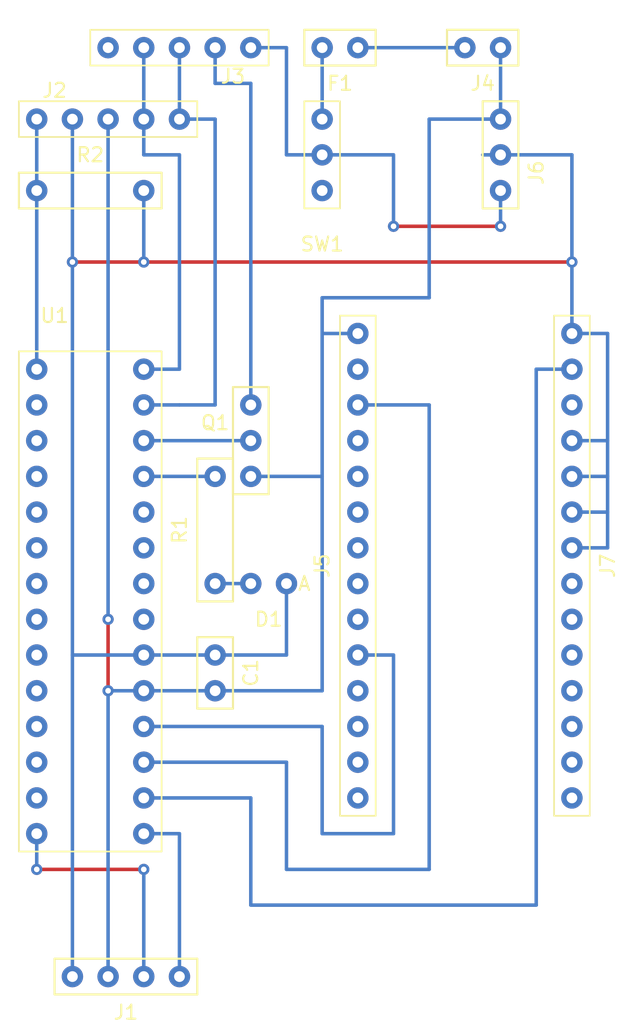
<source format=kicad_pcb>
(kicad_pcb (version 20171130) (host pcbnew "(5.1.6)-1")

  (general
    (thickness 1.6)
    (drawings 4)
    (tracks 95)
    (zones 0)
    (modules 15)
    (nets 55)
  )

  (page A4)
  (layers
    (0 F.Cu signal)
    (31 B.Cu signal)
    (32 B.Adhes user)
    (33 F.Adhes user)
    (34 B.Paste user)
    (35 F.Paste user)
    (36 B.SilkS user)
    (37 F.SilkS user)
    (38 B.Mask user)
    (39 F.Mask user)
    (40 Dwgs.User user)
    (41 Cmts.User user)
    (42 Eco1.User user)
    (43 Eco2.User user)
    (44 Edge.Cuts user)
    (45 Margin user)
    (46 B.CrtYd user)
    (47 F.CrtYd user)
    (48 B.Fab user)
    (49 F.Fab user)
  )

  (setup
    (last_trace_width 0.25)
    (trace_clearance 0.2)
    (zone_clearance 0.508)
    (zone_45_only no)
    (trace_min 0.2)
    (via_size 0.8)
    (via_drill 0.4)
    (via_min_size 0.4)
    (via_min_drill 0.3)
    (uvia_size 0.3)
    (uvia_drill 0.1)
    (uvias_allowed no)
    (uvia_min_size 0.2)
    (uvia_min_drill 0.1)
    (edge_width 0.05)
    (segment_width 0.2)
    (pcb_text_width 0.3)
    (pcb_text_size 1.5 1.5)
    (mod_edge_width 0.12)
    (mod_text_size 1 1)
    (mod_text_width 0.15)
    (pad_size 1.524 1.524)
    (pad_drill 0.762)
    (pad_to_mask_clearance 0.05)
    (aux_axis_origin 0 0)
    (visible_elements 7FFFFFFF)
    (pcbplotparams
      (layerselection 0x010fc_ffffffff)
      (usegerberextensions false)
      (usegerberattributes true)
      (usegerberadvancedattributes true)
      (creategerberjobfile true)
      (excludeedgelayer true)
      (linewidth 0.100000)
      (plotframeref false)
      (viasonmask false)
      (mode 1)
      (useauxorigin false)
      (hpglpennumber 1)
      (hpglpenspeed 20)
      (hpglpendiameter 15.000000)
      (psnegative false)
      (psa4output false)
      (plotreference true)
      (plotvalue true)
      (plotinvisibletext false)
      (padsonsilk false)
      (subtractmaskfromsilk false)
      (outputformat 1)
      (mirror false)
      (drillshape 0)
      (scaleselection 1)
      (outputdirectory ""))
  )

  (net 0 "")
  (net 1 "Net-(D1-Pad1)")
  (net 2 "Net-(F1-Pad1)")
  (net 3 "Net-(F1-Pad2)")
  (net 4 "Net-(J2-Pad5)")
  (net 5 "Net-(J2-Pad4)")
  (net 6 "Net-(J2-Pad1)")
  (net 7 "Net-(J3-Pad2)")
  (net 8 "Net-(J3-Pad5)")
  (net 9 GND)
  (net 10 "Net-(J5-Pad2)")
  (net 11 "Net-(J5-Pad3)")
  (net 12 "Net-(J5-Pad4)")
  (net 13 "Net-(J5-Pad5)")
  (net 14 "Net-(J5-Pad6)")
  (net 15 "Net-(J5-Pad7)")
  (net 16 "Net-(J5-Pad8)")
  (net 17 "Net-(J5-Pad9)")
  (net 18 "Net-(J5-Pad10)")
  (net 19 "Net-(J5-Pad11)")
  (net 20 "Net-(J5-Pad12)")
  (net 21 "Net-(J5-Pad13)")
  (net 22 "Net-(J5-Pad14)")
  (net 23 +3V3)
  (net 24 "Net-(J7-Pad12)")
  (net 25 "Net-(J7-Pad7)")
  (net 26 "Net-(J7-Pad6)")
  (net 27 "Net-(J7-Pad5)")
  (net 28 "Net-(J7-Pad4)")
  (net 29 "Net-(J7-Pad3)")
  (net 30 "Net-(J7-Pad2)")
  (net 31 "Net-(J7-Pad1)")
  (net 32 "Net-(Q1-Pad2)")
  (net 33 "Net-(U1-Pad24)")
  (net 34 "Net-(U1-Pad23)")
  (net 35 "Net-(U1-Pad22)")
  (net 36 "Net-(U1-Pad21)")
  (net 37 "Net-(U1-Pad13)")
  (net 38 "Net-(U1-Pad12)")
  (net 39 "Net-(U1-Pad10)")
  (net 40 "Net-(U1-Pad9)")
  (net 41 "Net-(U1-Pad8)")
  (net 42 "Net-(U1-Pad7)")
  (net 43 "Net-(U1-Pad6)")
  (net 44 "Net-(U1-Pad5)")
  (net 45 "Net-(U1-Pad4)")
  (net 46 "Net-(U1-Pad3)")
  (net 47 "Net-(U1-Pad2)")
  (net 48 "Net-(R1-Pad2)")
  (net 49 "Net-(J3-Pad1)")
  (net 50 "Net-(SW1-Pad3)")
  (net 51 "Net-(J1-Pad3)")
  (net 52 "Net-(J1-Pad4)")
  (net 53 SLEEP)
  (net 54 "Net-(U1-Pad11)")

  (net_class Default "This is the default net class."
    (clearance 0.2)
    (trace_width 0.25)
    (via_dia 0.8)
    (via_drill 0.4)
    (uvia_dia 0.3)
    (uvia_drill 0.1)
    (add_net +3V3)
    (add_net GND)
    (add_net "Net-(D1-Pad1)")
    (add_net "Net-(F1-Pad1)")
    (add_net "Net-(F1-Pad2)")
    (add_net "Net-(J1-Pad3)")
    (add_net "Net-(J1-Pad4)")
    (add_net "Net-(J2-Pad1)")
    (add_net "Net-(J2-Pad4)")
    (add_net "Net-(J2-Pad5)")
    (add_net "Net-(J3-Pad1)")
    (add_net "Net-(J3-Pad2)")
    (add_net "Net-(J3-Pad5)")
    (add_net "Net-(J5-Pad10)")
    (add_net "Net-(J5-Pad11)")
    (add_net "Net-(J5-Pad12)")
    (add_net "Net-(J5-Pad13)")
    (add_net "Net-(J5-Pad14)")
    (add_net "Net-(J5-Pad2)")
    (add_net "Net-(J5-Pad3)")
    (add_net "Net-(J5-Pad4)")
    (add_net "Net-(J5-Pad5)")
    (add_net "Net-(J5-Pad6)")
    (add_net "Net-(J5-Pad7)")
    (add_net "Net-(J5-Pad8)")
    (add_net "Net-(J5-Pad9)")
    (add_net "Net-(J7-Pad1)")
    (add_net "Net-(J7-Pad12)")
    (add_net "Net-(J7-Pad2)")
    (add_net "Net-(J7-Pad3)")
    (add_net "Net-(J7-Pad4)")
    (add_net "Net-(J7-Pad5)")
    (add_net "Net-(J7-Pad6)")
    (add_net "Net-(J7-Pad7)")
    (add_net "Net-(Q1-Pad2)")
    (add_net "Net-(R1-Pad2)")
    (add_net "Net-(SW1-Pad3)")
    (add_net "Net-(U1-Pad10)")
    (add_net "Net-(U1-Pad11)")
    (add_net "Net-(U1-Pad12)")
    (add_net "Net-(U1-Pad13)")
    (add_net "Net-(U1-Pad2)")
    (add_net "Net-(U1-Pad21)")
    (add_net "Net-(U1-Pad22)")
    (add_net "Net-(U1-Pad23)")
    (add_net "Net-(U1-Pad24)")
    (add_net "Net-(U1-Pad3)")
    (add_net "Net-(U1-Pad4)")
    (add_net "Net-(U1-Pad5)")
    (add_net "Net-(U1-Pad6)")
    (add_net "Net-(U1-Pad7)")
    (add_net "Net-(U1-Pad8)")
    (add_net "Net-(U1-Pad9)")
    (add_net SLEEP)
  )

  (module pic:LED (layer F.Cu) (tedit 5B458FF7) (tstamp 5F2EA42E)
    (at 133.35 114.3)
    (path /5F18F0B9)
    (fp_text reference D1 (at 0 2.54) (layer F.SilkS)
      (effects (font (size 1 1) (thickness 0.15)))
    )
    (fp_text value "LED red" (at -6.35 0) (layer F.Fab)
      (effects (font (size 1 1) (thickness 0.15)))
    )
    (fp_text user A (at 2.54 0) (layer F.SilkS)
      (effects (font (size 1 1) (thickness 0.15)))
    )
    (pad 1 thru_hole circle (at -1.27 0) (size 1.524 1.524) (drill 0.762) (layers *.Cu *.Mask)
      (net 1 "Net-(D1-Pad1)"))
    (pad 2 thru_hole circle (at 1.27 0) (size 1.524 1.524) (drill 0.762) (layers *.Cu *.Mask)
      (net 23 +3V3))
  )

  (module pic:pin-socket-4p (layer F.Cu) (tedit 5B668240) (tstamp 5F2E9DB9)
    (at 123.19 142.24)
    (path /5F2C7437)
    (fp_text reference J1 (at 0 2.54) (layer F.SilkS)
      (effects (font (size 1 1) (thickness 0.15)))
    )
    (fp_text value Conn_01x04 (at 0 -2.54) (layer F.Fab)
      (effects (font (size 1 1) (thickness 0.15)))
    )
    (fp_line (start -5.08 -1.27) (end -5.08 1.27) (layer F.SilkS) (width 0.15))
    (fp_line (start -5.08 1.27) (end 5.08 1.27) (layer F.SilkS) (width 0.15))
    (fp_line (start 5.08 1.27) (end 5.08 -1.27) (layer F.SilkS) (width 0.15))
    (fp_line (start 5.08 -1.27) (end -5.08 -1.27) (layer F.SilkS) (width 0.15))
    (pad 1 thru_hole circle (at -3.81 0) (size 1.524 1.524) (drill 0.762) (layers *.Cu *.Mask)
      (net 23 +3V3))
    (pad 2 thru_hole circle (at -1.27 0) (size 1.524 1.524) (drill 0.762) (layers *.Cu *.Mask)
      (net 9 GND))
    (pad 3 thru_hole circle (at 1.27 0) (size 1.524 1.524) (drill 0.762) (layers *.Cu *.Mask)
      (net 51 "Net-(J1-Pad3)"))
    (pad 4 thru_hole circle (at 3.81 0) (size 1.524 1.524) (drill 0.762) (layers *.Cu *.Mask)
      (net 52 "Net-(J1-Pad4)"))
  )

  (module pic:PIC18F25K22 (layer F.Cu) (tedit 5F153369) (tstamp 5F15B781)
    (at 121.92 115.57)
    (path /5F1642CB)
    (fp_text reference U1 (at -3.81 -20.32) (layer F.SilkS)
      (effects (font (size 1 1) (thickness 0.15)))
    )
    (fp_text value PIC18f25k22 (at -1.27 19.05) (layer F.Fab)
      (effects (font (size 1 1) (thickness 0.15)))
    )
    (fp_line (start -6.35 -17.78) (end -6.35 17.78) (layer F.SilkS) (width 0.12))
    (fp_line (start -6.35 17.78) (end 3.81 17.78) (layer F.SilkS) (width 0.12))
    (fp_line (start 3.81 17.78) (end 3.81 -17.78) (layer F.SilkS) (width 0.12))
    (fp_line (start 3.81 -17.78) (end -6.35 -17.78) (layer F.SilkS) (width 0.12))
    (pad 28 thru_hole circle (at 2.54 -16.51) (size 1.524 1.524) (drill 0.762) (layers *.Cu *.Mask)
      (net 5 "Net-(J2-Pad4)"))
    (pad 27 thru_hole circle (at 2.54 -13.97) (size 1.524 1.524) (drill 0.762) (layers *.Cu *.Mask)
      (net 4 "Net-(J2-Pad5)"))
    (pad 26 thru_hole circle (at 2.54 -11.43) (size 1.524 1.524) (drill 0.762) (layers *.Cu *.Mask)
      (net 32 "Net-(Q1-Pad2)"))
    (pad 25 thru_hole circle (at 2.54 -8.89) (size 1.524 1.524) (drill 0.762) (layers *.Cu *.Mask)
      (net 48 "Net-(R1-Pad2)"))
    (pad 24 thru_hole circle (at 2.54 -6.35) (size 1.524 1.524) (drill 0.762) (layers *.Cu *.Mask)
      (net 33 "Net-(U1-Pad24)"))
    (pad 23 thru_hole circle (at 2.54 -3.81) (size 1.524 1.524) (drill 0.762) (layers *.Cu *.Mask)
      (net 34 "Net-(U1-Pad23)"))
    (pad 22 thru_hole circle (at 2.54 -1.27) (size 1.524 1.524) (drill 0.762) (layers *.Cu *.Mask)
      (net 35 "Net-(U1-Pad22)"))
    (pad 21 thru_hole circle (at 2.54 1.27) (size 1.524 1.524) (drill 0.762) (layers *.Cu *.Mask)
      (net 36 "Net-(U1-Pad21)"))
    (pad 20 thru_hole circle (at 2.54 3.81) (size 1.524 1.524) (drill 0.762) (layers *.Cu *.Mask)
      (net 23 +3V3))
    (pad 19 thru_hole circle (at 2.54 6.35) (size 1.524 1.524) (drill 0.762) (layers *.Cu *.Mask)
      (net 9 GND))
    (pad 18 thru_hole circle (at 2.54 8.89) (size 1.524 1.524) (drill 0.762) (layers *.Cu *.Mask)
      (net 18 "Net-(J5-Pad10)"))
    (pad 17 thru_hole circle (at 2.54 11.43) (size 1.524 1.524) (drill 0.762) (layers *.Cu *.Mask)
      (net 11 "Net-(J5-Pad3)"))
    (pad 16 thru_hole circle (at 2.54 13.97) (size 1.524 1.524) (drill 0.762) (layers *.Cu *.Mask)
      (net 53 SLEEP))
    (pad 15 thru_hole circle (at 2.54 16.51) (size 1.524 1.524) (drill 0.762) (layers *.Cu *.Mask)
      (net 52 "Net-(J1-Pad4)"))
    (pad 14 thru_hole circle (at -5.08 16.51) (size 1.524 1.524) (drill 0.762) (layers *.Cu *.Mask)
      (net 51 "Net-(J1-Pad3)"))
    (pad 13 thru_hole circle (at -5.08 13.97) (size 1.524 1.524) (drill 0.762) (layers *.Cu *.Mask)
      (net 37 "Net-(U1-Pad13)"))
    (pad 12 thru_hole circle (at -5.08 11.43) (size 1.524 1.524) (drill 0.762) (layers *.Cu *.Mask)
      (net 38 "Net-(U1-Pad12)"))
    (pad 11 thru_hole circle (at -5.08 8.89) (size 1.524 1.524) (drill 0.762) (layers *.Cu *.Mask)
      (net 54 "Net-(U1-Pad11)"))
    (pad 10 thru_hole circle (at -5.08 6.35) (size 1.524 1.524) (drill 0.762) (layers *.Cu *.Mask)
      (net 39 "Net-(U1-Pad10)"))
    (pad 9 thru_hole circle (at -5.08 3.81) (size 1.524 1.524) (drill 0.762) (layers *.Cu *.Mask)
      (net 40 "Net-(U1-Pad9)"))
    (pad 8 thru_hole circle (at -5.08 1.27) (size 1.524 1.524) (drill 0.762) (layers *.Cu *.Mask)
      (net 41 "Net-(U1-Pad8)"))
    (pad 7 thru_hole circle (at -5.08 -1.27) (size 1.524 1.524) (drill 0.762) (layers *.Cu *.Mask)
      (net 42 "Net-(U1-Pad7)"))
    (pad 6 thru_hole circle (at -5.08 -3.81) (size 1.524 1.524) (drill 0.762) (layers *.Cu *.Mask)
      (net 43 "Net-(U1-Pad6)"))
    (pad 5 thru_hole circle (at -5.08 -6.35) (size 1.524 1.524) (drill 0.762) (layers *.Cu *.Mask)
      (net 44 "Net-(U1-Pad5)"))
    (pad 4 thru_hole circle (at -5.08 -8.89) (size 1.524 1.524) (drill 0.762) (layers *.Cu *.Mask)
      (net 45 "Net-(U1-Pad4)"))
    (pad 3 thru_hole circle (at -5.08 -11.43) (size 1.524 1.524) (drill 0.762) (layers *.Cu *.Mask)
      (net 46 "Net-(U1-Pad3)"))
    (pad 2 thru_hole circle (at -5.08 -13.97) (size 1.524 1.524) (drill 0.762) (layers *.Cu *.Mask)
      (net 47 "Net-(U1-Pad2)"))
    (pad 1 thru_hole circle (at -5.08 -16.51) (size 1.524 1.524) (drill 0.762) (layers *.Cu *.Mask)
      (net 6 "Net-(J2-Pad1)"))
  )

  (module pic:slide_switch (layer F.Cu) (tedit 5F1576BD) (tstamp 5F15C30F)
    (at 137.16 83.82)
    (path /5F169EA5)
    (fp_text reference SW1 (at 0 6.35) (layer F.SilkS)
      (effects (font (size 1 1) (thickness 0.15)))
    )
    (fp_text value SW_SPDT (at 0 0) (layer F.Fab)
      (effects (font (size 1 1) (thickness 0.15)))
    )
    (fp_line (start 1.27 -3.81) (end -1.27 -3.81) (layer F.SilkS) (width 0.12))
    (fp_line (start 1.27 3.81) (end 1.27 -3.81) (layer F.SilkS) (width 0.12))
    (fp_line (start -1.27 3.81) (end 1.27 3.81) (layer F.SilkS) (width 0.12))
    (fp_line (start -1.27 -3.81) (end -1.27 3.81) (layer F.SilkS) (width 0.12))
    (pad 3 thru_hole circle (at 0 2.54) (size 1.524 1.524) (drill 0.762) (layers *.Cu *.Mask)
      (net 50 "Net-(SW1-Pad3)"))
    (pad 2 thru_hole circle (at 0 0) (size 1.524 1.524) (drill 0.762) (layers *.Cu *.Mask)
      (net 49 "Net-(J3-Pad1)"))
    (pad 1 thru_hole circle (at 0 -2.54) (size 1.524 1.524) (drill 0.762) (layers *.Cu *.Mask)
      (net 2 "Net-(F1-Pad1)"))
  )

  (module pic:BS170 (layer F.Cu) (tedit 5C4023D9) (tstamp 5F15B732)
    (at 132.08 104.14 270)
    (path /5F1561CD)
    (fp_text reference Q1 (at -1.27 2.54 180) (layer F.SilkS)
      (effects (font (size 1 1) (thickness 0.15)))
    )
    (fp_text value "Fairchild BS170" (at 0 -2.54 90) (layer F.Fab)
      (effects (font (size 1 1) (thickness 0.15)))
    )
    (fp_line (start -3.81 -1.27) (end -3.81 1.27) (layer F.SilkS) (width 0.15))
    (fp_line (start -3.81 1.27) (end 3.81 1.27) (layer F.SilkS) (width 0.15))
    (fp_line (start 3.81 1.27) (end 3.81 -1.27) (layer F.SilkS) (width 0.15))
    (fp_line (start 3.81 -1.27) (end -3.81 -1.27) (layer F.SilkS) (width 0.15))
    (pad 3 thru_hole circle (at 2.54 0 270) (size 1.524 1.524) (drill 0.762) (layers *.Cu *.Mask)
      (net 9 GND))
    (pad 2 thru_hole circle (at 0 0 270) (size 1.524 1.524) (drill 0.762) (layers *.Cu *.Mask)
      (net 32 "Net-(Q1-Pad2)"))
    (pad 1 thru_hole circle (at -2.54 0 270) (size 1.524 1.524) (drill 0.762) (layers *.Cu *.Mask)
      (net 7 "Net-(J3-Pad2)"))
  )

  (module pic:Capacitor (layer F.Cu) (tedit 5B459378) (tstamp 5F15C924)
    (at 129.54 120.65 90)
    (path /5F155D21)
    (fp_text reference C1 (at 0 2.54 90) (layer F.SilkS)
      (effects (font (size 1 1) (thickness 0.15)))
    )
    (fp_text value 0.1uF (at 0 -2.54 90) (layer F.Fab)
      (effects (font (size 1 1) (thickness 0.15)))
    )
    (fp_line (start 2.54 -1.27) (end -2.54 -1.27) (layer F.SilkS) (width 0.15))
    (fp_line (start 2.54 1.27) (end 2.54 -1.27) (layer F.SilkS) (width 0.15))
    (fp_line (start -2.54 1.27) (end 2.54 1.27) (layer F.SilkS) (width 0.15))
    (fp_line (start -2.54 -1.27) (end -2.54 1.27) (layer F.SilkS) (width 0.15))
    (pad 1 thru_hole circle (at -1.27 0 90) (size 1.524 1.524) (drill 0.762) (layers *.Cu *.Mask)
      (net 9 GND))
    (pad 2 thru_hole circle (at 1.27 0 90) (size 1.524 1.524) (drill 0.762) (layers *.Cu *.Mask)
      (net 23 +3V3))
  )

  (module "pic:Pin Header 2P" (layer F.Cu) (tedit 5B45930D) (tstamp 5F15B6C2)
    (at 138.43 76.2)
    (path /5F169822)
    (fp_text reference F1 (at 0 2.54) (layer F.SilkS)
      (effects (font (size 1 1) (thickness 0.15)))
    )
    (fp_text value "Polyfuse(100mA)" (at 0 -2.54) (layer F.Fab)
      (effects (font (size 1 1) (thickness 0.15)))
    )
    (fp_line (start 2.54 -1.27) (end -2.54 -1.27) (layer F.SilkS) (width 0.15))
    (fp_line (start 2.54 1.27) (end 2.54 -1.27) (layer F.SilkS) (width 0.15))
    (fp_line (start -2.54 1.27) (end 2.54 1.27) (layer F.SilkS) (width 0.15))
    (fp_line (start -2.54 -1.27) (end -2.54 1.27) (layer F.SilkS) (width 0.15))
    (pad 1 thru_hole circle (at -1.27 0) (size 1.524 1.524) (drill 0.762) (layers *.Cu *.Mask)
      (net 2 "Net-(F1-Pad1)"))
    (pad 2 thru_hole circle (at 1.27 0) (size 1.524 1.524) (drill 0.762) (layers *.Cu *.Mask)
      (net 3 "Net-(F1-Pad2)"))
  )

  (module "pic:Pin Socket 5P" (layer F.Cu) (tedit 5F15320F) (tstamp 5F15BC7C)
    (at 121.92 81.28)
    (path /5F199D56)
    (fp_text reference J2 (at -3.81 -2.04) (layer F.SilkS)
      (effects (font (size 1 1) (thickness 0.15)))
    )
    (fp_text value Conn_01x05 (at 0 2.54) (layer F.Fab)
      (effects (font (size 1 1) (thickness 0.15)))
    )
    (fp_line (start 6.35 -1.27) (end -6.35 -1.27) (layer F.SilkS) (width 0.12))
    (fp_line (start 6.35 1.27) (end 6.35 -1.27) (layer F.SilkS) (width 0.12))
    (fp_line (start -6.35 1.27) (end 6.35 1.27) (layer F.SilkS) (width 0.12))
    (fp_line (start -6.35 -1.27) (end -6.35 1.27) (layer F.SilkS) (width 0.12))
    (pad 5 thru_hole circle (at 5.08 0) (size 1.524 1.524) (drill 0.762) (layers *.Cu *.Mask)
      (net 4 "Net-(J2-Pad5)"))
    (pad 4 thru_hole circle (at 2.54 0) (size 1.524 1.524) (drill 0.762) (layers *.Cu *.Mask)
      (net 5 "Net-(J2-Pad4)"))
    (pad 3 thru_hole circle (at 0 0) (size 1.524 1.524) (drill 0.762) (layers *.Cu *.Mask)
      (net 9 GND))
    (pad 2 thru_hole circle (at -2.54 0) (size 1.524 1.524) (drill 0.762) (layers *.Cu *.Mask)
      (net 23 +3V3))
    (pad 1 thru_hole circle (at -5.08 0) (size 1.524 1.524) (drill 0.762) (layers *.Cu *.Mask)
      (net 6 "Net-(J2-Pad1)"))
  )

  (module "pic:Pin Socket 5P" (layer F.Cu) (tedit 5F15320F) (tstamp 5F15B6E6)
    (at 127 76.2 180)
    (path /5F156995)
    (fp_text reference J3 (at -3.81 -2.04) (layer F.SilkS)
      (effects (font (size 1 1) (thickness 0.15)))
    )
    (fp_text value Conn_01x05 (at 0 2.54) (layer F.Fab)
      (effects (font (size 1 1) (thickness 0.15)))
    )
    (fp_line (start -6.35 -1.27) (end -6.35 1.27) (layer F.SilkS) (width 0.12))
    (fp_line (start -6.35 1.27) (end 6.35 1.27) (layer F.SilkS) (width 0.12))
    (fp_line (start 6.35 1.27) (end 6.35 -1.27) (layer F.SilkS) (width 0.12))
    (fp_line (start 6.35 -1.27) (end -6.35 -1.27) (layer F.SilkS) (width 0.12))
    (pad 1 thru_hole circle (at -5.08 0 180) (size 1.524 1.524) (drill 0.762) (layers *.Cu *.Mask)
      (net 49 "Net-(J3-Pad1)"))
    (pad 2 thru_hole circle (at -2.54 0 180) (size 1.524 1.524) (drill 0.762) (layers *.Cu *.Mask)
      (net 7 "Net-(J3-Pad2)"))
    (pad 3 thru_hole circle (at 0 0 180) (size 1.524 1.524) (drill 0.762) (layers *.Cu *.Mask)
      (net 4 "Net-(J2-Pad5)"))
    (pad 4 thru_hole circle (at 2.54 0 180) (size 1.524 1.524) (drill 0.762) (layers *.Cu *.Mask)
      (net 5 "Net-(J2-Pad4)"))
    (pad 5 thru_hole circle (at 5.08 0 180) (size 1.524 1.524) (drill 0.762) (layers *.Cu *.Mask)
      (net 8 "Net-(J3-Pad5)"))
  )

  (module "pic:Pin Header 2P" (layer F.Cu) (tedit 5B45930D) (tstamp 5F15BF3E)
    (at 148.59 76.2)
    (path /5F165806)
    (fp_text reference J4 (at 0 2.54) (layer F.SilkS)
      (effects (font (size 1 1) (thickness 0.15)))
    )
    (fp_text value Conn_01x02 (at 0 -2.54) (layer F.Fab)
      (effects (font (size 1 1) (thickness 0.15)))
    )
    (fp_line (start -2.54 -1.27) (end -2.54 1.27) (layer F.SilkS) (width 0.15))
    (fp_line (start -2.54 1.27) (end 2.54 1.27) (layer F.SilkS) (width 0.15))
    (fp_line (start 2.54 1.27) (end 2.54 -1.27) (layer F.SilkS) (width 0.15))
    (fp_line (start 2.54 -1.27) (end -2.54 -1.27) (layer F.SilkS) (width 0.15))
    (pad 2 thru_hole circle (at 1.27 0) (size 1.524 1.524) (drill 0.762) (layers *.Cu *.Mask)
      (net 9 GND))
    (pad 1 thru_hole circle (at -1.27 0) (size 1.524 1.524) (drill 0.762) (layers *.Cu *.Mask)
      (net 3 "Net-(F1-Pad2)"))
  )

  (module pic:Pinsocket_14pin (layer F.Cu) (tedit 5F1567CE) (tstamp 5F15B706)
    (at 139.7 111.76)
    (path /5F159539)
    (fp_text reference J5 (at -2.54 1.27 -90) (layer F.SilkS)
      (effects (font (size 1 1) (thickness 0.15)))
    )
    (fp_text value Conn_01x14 (at 2.54 1.27 -90) (layer F.Fab)
      (effects (font (size 1 1) (thickness 0.15)))
    )
    (fp_line (start 1.27 19.05) (end 1.27 -16.51) (layer F.SilkS) (width 0.12))
    (fp_line (start -1.27 19.05) (end 1.27 19.05) (layer F.SilkS) (width 0.12))
    (fp_line (start -1.27 -16.51) (end -1.27 19.05) (layer F.SilkS) (width 0.12))
    (fp_line (start 1.27 -16.51) (end -1.27 -16.51) (layer F.SilkS) (width 0.12))
    (pad 1 thru_hole circle (at 0 -15.24 270) (size 1.524 1.524) (drill 0.762) (layers *.Cu *.Mask)
      (net 9 GND))
    (pad 2 thru_hole circle (at 0 -12.7 270) (size 1.524 1.524) (drill 0.762) (layers *.Cu *.Mask)
      (net 10 "Net-(J5-Pad2)"))
    (pad 3 thru_hole circle (at 0 -10.16 270) (size 1.524 1.524) (drill 0.762) (layers *.Cu *.Mask)
      (net 11 "Net-(J5-Pad3)"))
    (pad 4 thru_hole circle (at 0 -7.62 270) (size 1.524 1.524) (drill 0.762) (layers *.Cu *.Mask)
      (net 12 "Net-(J5-Pad4)"))
    (pad 5 thru_hole circle (at 0 -5.08 270) (size 1.524 1.524) (drill 0.762) (layers *.Cu *.Mask)
      (net 13 "Net-(J5-Pad5)"))
    (pad 6 thru_hole circle (at 0 -2.54 270) (size 1.524 1.524) (drill 0.762) (layers *.Cu *.Mask)
      (net 14 "Net-(J5-Pad6)"))
    (pad 7 thru_hole circle (at 0 0 270) (size 1.524 1.524) (drill 0.762) (layers *.Cu *.Mask)
      (net 15 "Net-(J5-Pad7)"))
    (pad 8 thru_hole circle (at 0 2.54 270) (size 1.524 1.524) (drill 0.762) (layers *.Cu *.Mask)
      (net 16 "Net-(J5-Pad8)"))
    (pad 9 thru_hole circle (at 0 5.08 270) (size 1.524 1.524) (drill 0.762) (layers *.Cu *.Mask)
      (net 17 "Net-(J5-Pad9)"))
    (pad 10 thru_hole circle (at 0 7.62 270) (size 1.524 1.524) (drill 0.762) (layers *.Cu *.Mask)
      (net 18 "Net-(J5-Pad10)"))
    (pad 11 thru_hole circle (at 0 10.16 270) (size 1.524 1.524) (drill 0.762) (layers *.Cu *.Mask)
      (net 19 "Net-(J5-Pad11)"))
    (pad 12 thru_hole circle (at 0 12.7 270) (size 1.524 1.524) (drill 0.762) (layers *.Cu *.Mask)
      (net 20 "Net-(J5-Pad12)"))
    (pad 13 thru_hole circle (at 0 15.24 270) (size 1.524 1.524) (drill 0.762) (layers *.Cu *.Mask)
      (net 21 "Net-(J5-Pad13)"))
    (pad 14 thru_hole circle (at 0 17.78 270) (size 1.524 1.524) (drill 0.762) (layers *.Cu *.Mask)
      (net 22 "Net-(J5-Pad14)"))
  )

  (module pic:Pin_Header_3P (layer F.Cu) (tedit 5B77FFCE) (tstamp 5F15C5E6)
    (at 149.86 83.82 90)
    (path /5F158C25)
    (fp_text reference J6 (at -1.27 2.54 90) (layer F.SilkS)
      (effects (font (size 1 1) (thickness 0.15)))
    )
    (fp_text value Conn_01x03 (at 0 -2.54 90) (layer F.Fab)
      (effects (font (size 1 1) (thickness 0.15)))
    )
    (fp_line (start -3.81 -1.27) (end -3.81 1.27) (layer F.SilkS) (width 0.15))
    (fp_line (start 3.81 1.27) (end -3.81 1.27) (layer F.SilkS) (width 0.15))
    (fp_line (start 3.81 -1.27) (end 3.81 1.27) (layer F.SilkS) (width 0.15))
    (fp_line (start -3.81 -1.27) (end 3.81 -1.27) (layer F.SilkS) (width 0.15))
    (pad 1 thru_hole circle (at -2.54 0 90) (size 1.524 1.524) (drill 0.762) (layers *.Cu *.Mask)
      (net 49 "Net-(J3-Pad1)"))
    (pad 2 thru_hole circle (at 0 0 90) (size 1.524 1.524) (drill 0.762) (layers *.Cu *.Mask)
      (net 23 +3V3))
    (pad 3 thru_hole circle (at 2.54 0 90) (size 1.524 1.524) (drill 0.762) (layers *.Cu *.Mask)
      (net 9 GND))
  )

  (module pic:Pinsocket_14pin (layer F.Cu) (tedit 5F1567CE) (tstamp 5F15C773)
    (at 154.94 114.3 180)
    (path /5F15A15F)
    (fp_text reference J7 (at -2.54 1.27 270) (layer F.SilkS)
      (effects (font (size 1 1) (thickness 0.15)))
    )
    (fp_text value Conn_01x14 (at 2.54 1.27 270) (layer F.Fab)
      (effects (font (size 1 1) (thickness 0.15)))
    )
    (fp_line (start 1.27 -16.51) (end -1.27 -16.51) (layer F.SilkS) (width 0.12))
    (fp_line (start -1.27 -16.51) (end -1.27 19.05) (layer F.SilkS) (width 0.12))
    (fp_line (start -1.27 19.05) (end 1.27 19.05) (layer F.SilkS) (width 0.12))
    (fp_line (start 1.27 19.05) (end 1.27 -16.51) (layer F.SilkS) (width 0.12))
    (pad 14 thru_hole circle (at 0 17.78 90) (size 1.524 1.524) (drill 0.762) (layers *.Cu *.Mask)
      (net 23 +3V3))
    (pad 13 thru_hole circle (at 0 15.24 90) (size 1.524 1.524) (drill 0.762) (layers *.Cu *.Mask)
      (net 53 SLEEP))
    (pad 12 thru_hole circle (at 0 12.7 90) (size 1.524 1.524) (drill 0.762) (layers *.Cu *.Mask)
      (net 24 "Net-(J7-Pad12)"))
    (pad 11 thru_hole circle (at 0 10.16 90) (size 1.524 1.524) (drill 0.762) (layers *.Cu *.Mask)
      (net 23 +3V3))
    (pad 10 thru_hole circle (at 0 7.62 90) (size 1.524 1.524) (drill 0.762) (layers *.Cu *.Mask)
      (net 23 +3V3))
    (pad 9 thru_hole circle (at 0 5.08 90) (size 1.524 1.524) (drill 0.762) (layers *.Cu *.Mask)
      (net 23 +3V3))
    (pad 8 thru_hole circle (at 0 2.54 90) (size 1.524 1.524) (drill 0.762) (layers *.Cu *.Mask)
      (net 23 +3V3))
    (pad 7 thru_hole circle (at 0 0 90) (size 1.524 1.524) (drill 0.762) (layers *.Cu *.Mask)
      (net 25 "Net-(J7-Pad7)"))
    (pad 6 thru_hole circle (at 0 -2.54 90) (size 1.524 1.524) (drill 0.762) (layers *.Cu *.Mask)
      (net 26 "Net-(J7-Pad6)"))
    (pad 5 thru_hole circle (at 0 -5.08 90) (size 1.524 1.524) (drill 0.762) (layers *.Cu *.Mask)
      (net 27 "Net-(J7-Pad5)"))
    (pad 4 thru_hole circle (at 0 -7.62 90) (size 1.524 1.524) (drill 0.762) (layers *.Cu *.Mask)
      (net 28 "Net-(J7-Pad4)"))
    (pad 3 thru_hole circle (at 0 -10.16 90) (size 1.524 1.524) (drill 0.762) (layers *.Cu *.Mask)
      (net 29 "Net-(J7-Pad3)"))
    (pad 2 thru_hole circle (at 0 -12.7 90) (size 1.524 1.524) (drill 0.762) (layers *.Cu *.Mask)
      (net 30 "Net-(J7-Pad2)"))
    (pad 1 thru_hole circle (at 0 -15.24 90) (size 1.524 1.524) (drill 0.762) (layers *.Cu *.Mask)
      (net 31 "Net-(J7-Pad1)"))
  )

  (module pic:Register (layer F.Cu) (tedit 5B472301) (tstamp 5F15CBC3)
    (at 129.54 110.49 90)
    (path /5F190923)
    (fp_text reference R1 (at 0 -2.54 90) (layer F.SilkS)
      (effects (font (size 1 1) (thickness 0.15)))
    )
    (fp_text value 2k (at 0 2.54 90) (layer F.Fab)
      (effects (font (size 1 1) (thickness 0.15)))
    )
    (fp_line (start -5.08 -1.27) (end 5.08 -1.27) (layer F.SilkS) (width 0.15))
    (fp_line (start -5.08 -1.27) (end -5.08 1.27) (layer F.SilkS) (width 0.15))
    (fp_line (start -5.08 1.27) (end 5.08 1.27) (layer F.SilkS) (width 0.15))
    (fp_line (start 5.08 1.27) (end 5.08 -1.27) (layer F.SilkS) (width 0.15))
    (pad 2 thru_hole circle (at 3.81 0 90) (size 1.524 1.524) (drill 0.762) (layers *.Cu *.Mask)
      (net 48 "Net-(R1-Pad2)"))
    (pad 1 thru_hole circle (at -3.81 0 90) (size 1.524 1.524) (drill 0.762) (layers *.Cu *.Mask)
      (net 1 "Net-(D1-Pad1)"))
  )

  (module pic:Register (layer F.Cu) (tedit 5B472301) (tstamp 5F15B751)
    (at 120.65 86.36)
    (path /5F15E2F6)
    (fp_text reference R2 (at 0 -2.54) (layer F.SilkS)
      (effects (font (size 1 1) (thickness 0.15)))
    )
    (fp_text value 51k (at 0 2.54) (layer F.Fab)
      (effects (font (size 1 1) (thickness 0.15)))
    )
    (fp_line (start 5.08 1.27) (end 5.08 -1.27) (layer F.SilkS) (width 0.15))
    (fp_line (start -5.08 1.27) (end 5.08 1.27) (layer F.SilkS) (width 0.15))
    (fp_line (start -5.08 -1.27) (end -5.08 1.27) (layer F.SilkS) (width 0.15))
    (fp_line (start -5.08 -1.27) (end 5.08 -1.27) (layer F.SilkS) (width 0.15))
    (pad 1 thru_hole circle (at -3.81 0) (size 1.524 1.524) (drill 0.762) (layers *.Cu *.Mask)
      (net 6 "Net-(J2-Pad1)"))
    (pad 2 thru_hole circle (at 3.81 0) (size 1.524 1.524) (drill 0.762) (layers *.Cu *.Mask)
      (net 23 +3V3))
  )

  (gr_line (start 114.3 144.78) (end 160.02 144.78) (layer Dwgs.User) (width 0.15))
  (gr_line (start 114.3 73.66) (end 160.02 73.66) (layer Dwgs.User) (width 0.15) (tstamp 5F15A435))
  (gr_line (start 114.3 144.78) (end 114.3 73.66) (layer Dwgs.User) (width 0.15))
  (gr_line (start 160.02 144.78) (end 160.02 73.66) (layer Dwgs.User) (width 0.15))

  (segment (start 129.54 114.3) (end 132.08 114.3) (width 0.25) (layer B.Cu) (net 1))
  (segment (start 137.16 81.28) (end 137.16 76.2) (width 0.25) (layer B.Cu) (net 2))
  (segment (start 139.7 76.2) (end 147.32 76.2) (width 0.25) (layer B.Cu) (net 3))
  (segment (start 127 81.28) (end 127 76.2) (width 0.25) (layer B.Cu) (net 4))
  (segment (start 127 101.6) (end 124.46 101.6) (width 0.25) (layer B.Cu) (net 4))
  (segment (start 127 81.28) (end 129.54 81.28) (width 0.25) (layer B.Cu) (net 4))
  (segment (start 129.54 101.6) (end 127 101.6) (width 0.25) (layer B.Cu) (net 4))
  (segment (start 129.54 81.28) (end 129.54 101.6) (width 0.25) (layer B.Cu) (net 4))
  (segment (start 124.46 81.28) (end 124.46 76.2) (width 0.25) (layer B.Cu) (net 5))
  (segment (start 127 83.82) (end 127 99.06) (width 0.25) (layer B.Cu) (net 5))
  (segment (start 124.46 81.28) (end 124.46 83.82) (width 0.25) (layer B.Cu) (net 5))
  (segment (start 124.46 83.82) (end 127 83.82) (width 0.25) (layer B.Cu) (net 5))
  (segment (start 127 99.06) (end 124.46 99.06) (width 0.25) (layer B.Cu) (net 5))
  (segment (start 116.84 86.36) (end 116.84 99.06) (width 0.25) (layer B.Cu) (net 6))
  (segment (start 116.84 81.28) (end 116.84 86.36) (width 0.25) (layer B.Cu) (net 6))
  (segment (start 129.54 76.2) (end 129.54 78.74) (width 0.25) (layer B.Cu) (net 7))
  (segment (start 129.54 78.74) (end 132.08 78.74) (width 0.25) (layer B.Cu) (net 7))
  (segment (start 132.08 78.74) (end 132.08 91.44) (width 0.25) (layer B.Cu) (net 7))
  (segment (start 132.08 101.6) (end 132.08 91.44) (width 0.25) (layer B.Cu) (net 7))
  (segment (start 124.46 121.92) (end 129.54 121.92) (width 0.25) (layer B.Cu) (net 9))
  (via (at 121.92 121.92) (size 0.8) (drill 0.4) (layers F.Cu B.Cu) (net 9))
  (segment (start 124.46 121.92) (end 121.92 121.92) (width 0.25) (layer B.Cu) (net 9))
  (via (at 121.92 116.84) (size 0.8) (drill 0.4) (layers F.Cu B.Cu) (net 9))
  (segment (start 121.92 121.92) (end 121.92 116.84) (width 0.25) (layer F.Cu) (net 9))
  (via (at 121.92 81.28) (size 0.8) (drill 0.4) (layers F.Cu B.Cu) (net 9))
  (segment (start 121.92 116.84) (end 121.92 81.28) (width 0.25) (layer B.Cu) (net 9))
  (segment (start 149.86 76.2) (end 149.86 81.28) (width 0.25) (layer B.Cu) (net 9))
  (segment (start 132.08 106.68) (end 137.16 106.68) (width 0.25) (layer B.Cu) (net 9))
  (segment (start 137.16 114.3) (end 137.16 106.68) (width 0.25) (layer B.Cu) (net 9))
  (segment (start 129.54 121.92) (end 137.16 121.92) (width 0.25) (layer B.Cu) (net 9))
  (segment (start 137.16 121.92) (end 137.16 114.3) (width 0.25) (layer B.Cu) (net 9))
  (segment (start 139.7 96.52) (end 137.16 96.52) (width 0.25) (layer B.Cu) (net 9))
  (segment (start 137.16 93.98) (end 137.16 106.68) (width 0.25) (layer B.Cu) (net 9))
  (segment (start 144.78 93.98) (end 137.16 93.98) (width 0.25) (layer B.Cu) (net 9))
  (segment (start 149.86 81.28) (end 144.78 81.28) (width 0.25) (layer B.Cu) (net 9))
  (segment (start 144.78 81.28) (end 144.78 93.98) (width 0.25) (layer B.Cu) (net 9))
  (segment (start 121.92 121.92) (end 121.92 142.24) (width 0.25) (layer B.Cu) (net 9))
  (via (at 124.46 127) (size 0.8) (drill 0.4) (layers F.Cu B.Cu) (net 11))
  (segment (start 139.7 101.6) (end 144.78 101.6) (width 0.25) (layer B.Cu) (net 11))
  (segment (start 144.78 101.6) (end 144.78 134.62) (width 0.25) (layer B.Cu) (net 11))
  (segment (start 144.78 134.62) (end 134.62 134.62) (width 0.25) (layer B.Cu) (net 11))
  (segment (start 134.62 134.62) (end 134.62 127) (width 0.25) (layer B.Cu) (net 11))
  (segment (start 134.62 127) (end 124.46 127) (width 0.25) (layer B.Cu) (net 11))
  (segment (start 139.7 119.38) (end 142.24 119.38) (width 0.25) (layer B.Cu) (net 18))
  (segment (start 142.24 119.38) (end 142.24 132.08) (width 0.25) (layer B.Cu) (net 18))
  (segment (start 142.24 132.08) (end 137.16 132.08) (width 0.25) (layer B.Cu) (net 18))
  (segment (start 137.16 132.08) (end 137.16 124.46) (width 0.25) (layer B.Cu) (net 18))
  (segment (start 137.16 124.46) (end 124.46 124.46) (width 0.25) (layer B.Cu) (net 18))
  (segment (start 124.46 119.38) (end 129.54 119.38) (width 0.25) (layer B.Cu) (net 23))
  (segment (start 124.46 119.38) (end 119.38 119.38) (width 0.25) (layer B.Cu) (net 23))
  (segment (start 119.38 82.211238) (end 119.38 81.28) (width 0.25) (layer B.Cu) (net 23))
  (segment (start 119.38 119.38) (end 119.38 82.211238) (width 0.25) (layer B.Cu) (net 23))
  (segment (start 157.48 109.22) (end 157.48 111.76) (width 0.25) (layer B.Cu) (net 23))
  (segment (start 157.48 106.68) (end 157.48 109.22) (width 0.25) (layer B.Cu) (net 23))
  (segment (start 157.48 104.14) (end 157.48 106.68) (width 0.25) (layer B.Cu) (net 23))
  (segment (start 157.48 96.52) (end 157.48 104.14) (width 0.25) (layer B.Cu) (net 23))
  (segment (start 124.46 86.36) (end 124.46 91.44) (width 0.25) (layer B.Cu) (net 23))
  (via (at 124.46 91.44) (size 0.8) (drill 0.4) (layers F.Cu B.Cu) (net 23))
  (segment (start 124.46 91.44) (end 154.94 91.44) (width 0.25) (layer F.Cu) (net 23))
  (via (at 154.94 91.44) (size 0.8) (drill 0.4) (layers F.Cu B.Cu) (net 23))
  (segment (start 124.46 91.44) (end 119.38 91.44) (width 0.25) (layer F.Cu) (net 23))
  (via (at 119.38 91.44) (size 0.8) (drill 0.4) (layers F.Cu B.Cu) (net 23))
  (segment (start 154.94 104.14) (end 157.48 104.14) (width 0.25) (layer B.Cu) (net 23))
  (segment (start 154.94 106.68) (end 157.48 106.68) (width 0.25) (layer B.Cu) (net 23))
  (segment (start 154.94 109.22) (end 157.48 109.22) (width 0.25) (layer B.Cu) (net 23))
  (segment (start 154.94 111.76) (end 157.48 111.76) (width 0.25) (layer B.Cu) (net 23))
  (segment (start 154.94 96.52) (end 157.48 96.52) (width 0.25) (layer B.Cu) (net 23))
  (segment (start 154.94 83.82) (end 154.94 96.52) (width 0.25) (layer B.Cu) (net 23))
  (segment (start 148.59 83.82) (end 154.94 83.82) (width 0.25) (layer B.Cu) (net 23))
  (segment (start 129.54 119.38) (end 134.62 119.38) (width 0.25) (layer B.Cu) (net 23))
  (segment (start 134.62 119.38) (end 134.62 114.3) (width 0.25) (layer B.Cu) (net 23))
  (segment (start 119.38 119.38) (end 119.38 142.24) (width 0.25) (layer B.Cu) (net 23))
  (segment (start 124.46 104.14) (end 132.08 104.14) (width 0.25) (layer B.Cu) (net 32))
  (segment (start 124.46 106.68) (end 129.54 106.68) (width 0.25) (layer B.Cu) (net 48))
  (segment (start 137.16 83.82) (end 142.24 83.82) (width 0.25) (layer B.Cu) (net 49))
  (via (at 142.24 88.9) (size 0.8) (drill 0.4) (layers F.Cu B.Cu) (net 49))
  (segment (start 142.24 83.82) (end 142.24 88.9) (width 0.25) (layer B.Cu) (net 49))
  (segment (start 142.24 88.9) (end 149.86 88.9) (width 0.25) (layer F.Cu) (net 49))
  (segment (start 149.86 86.36) (end 149.86 88.9) (width 0.25) (layer B.Cu) (net 49))
  (via (at 149.86 88.9) (size 0.8) (drill 0.4) (layers F.Cu B.Cu) (net 49))
  (segment (start 132.08 76.2) (end 134.62 76.2) (width 0.25) (layer B.Cu) (net 49))
  (segment (start 134.62 76.2) (end 134.62 83.82) (width 0.25) (layer B.Cu) (net 49))
  (segment (start 134.62 83.82) (end 137.16 83.82) (width 0.25) (layer B.Cu) (net 49))
  (segment (start 116.84 132.08) (end 116.84 134.62) (width 0.25) (layer B.Cu) (net 51))
  (via (at 116.84 134.62) (size 0.8) (drill 0.4) (layers F.Cu B.Cu) (net 51))
  (via (at 124.46 134.62) (size 0.8) (drill 0.4) (layers F.Cu B.Cu) (net 51))
  (segment (start 116.84 134.62) (end 124.46 134.62) (width 0.25) (layer F.Cu) (net 51))
  (segment (start 124.46 134.62) (end 124.46 142.24) (width 0.25) (layer B.Cu) (net 51))
  (segment (start 124.46 132.08) (end 127 132.08) (width 0.25) (layer B.Cu) (net 52))
  (segment (start 127 132.08) (end 127 142.24) (width 0.25) (layer B.Cu) (net 52))
  (segment (start 152.4 99.06) (end 154.48999 99.06) (width 0.25) (layer B.Cu) (net 53))
  (segment (start 152.4 99.06) (end 152.4 137.16) (width 0.25) (layer B.Cu) (net 53))
  (segment (start 152.4 137.16) (end 132.08 137.16) (width 0.25) (layer B.Cu) (net 53))
  (segment (start 132.08 137.16) (end 132.08 129.54) (width 0.25) (layer B.Cu) (net 53))
  (segment (start 132.08 129.54) (end 124.46 129.54) (width 0.25) (layer B.Cu) (net 53))

)

</source>
